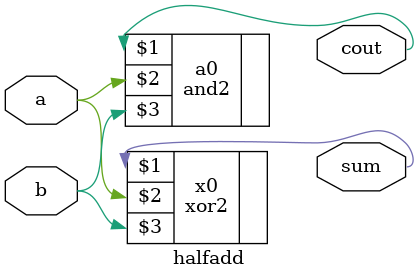
<source format=v>
module halfadd(a, b,sum, cout);
input a, b;
output sum, cout;
 xor2 x0(sum,a,b);    
 and2 a0(cout,a,b);  
endmodule 
</source>
